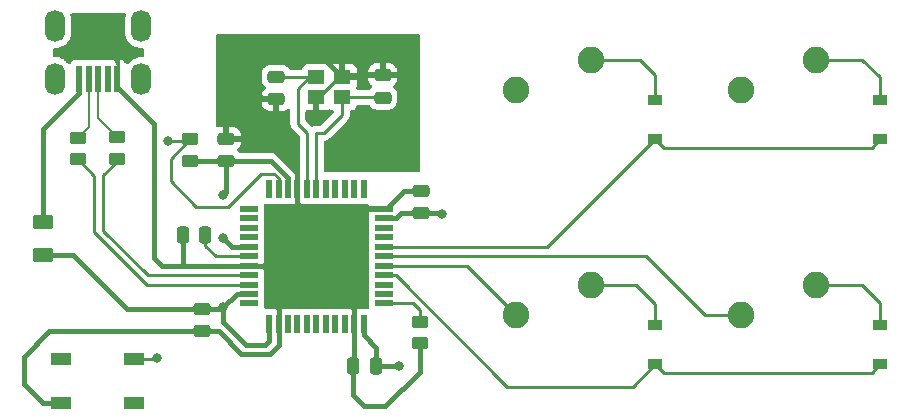
<source format=gbr>
%TF.GenerationSoftware,KiCad,Pcbnew,(6.0.9)*%
%TF.CreationDate,2022-11-11T17:54:53+11:00*%
%TF.ProjectId,Tomie2-Macro-Pad,546f6d69-6532-42d4-9d61-63726f2d5061,rev?*%
%TF.SameCoordinates,Original*%
%TF.FileFunction,Copper,L2,Bot*%
%TF.FilePolarity,Positive*%
%FSLAX46Y46*%
G04 Gerber Fmt 4.6, Leading zero omitted, Abs format (unit mm)*
G04 Created by KiCad (PCBNEW (6.0.9)) date 2022-11-11 17:54:53*
%MOMM*%
%LPD*%
G01*
G04 APERTURE LIST*
G04 Aperture macros list*
%AMRoundRect*
0 Rectangle with rounded corners*
0 $1 Rounding radius*
0 $2 $3 $4 $5 $6 $7 $8 $9 X,Y pos of 4 corners*
0 Add a 4 corners polygon primitive as box body*
4,1,4,$2,$3,$4,$5,$6,$7,$8,$9,$2,$3,0*
0 Add four circle primitives for the rounded corners*
1,1,$1+$1,$2,$3*
1,1,$1+$1,$4,$5*
1,1,$1+$1,$6,$7*
1,1,$1+$1,$8,$9*
0 Add four rect primitives between the rounded corners*
20,1,$1+$1,$2,$3,$4,$5,0*
20,1,$1+$1,$4,$5,$6,$7,0*
20,1,$1+$1,$6,$7,$8,$9,0*
20,1,$1+$1,$8,$9,$2,$3,0*%
G04 Aperture macros list end*
%TA.AperFunction,ComponentPad*%
%ADD10C,2.250000*%
%TD*%
%TA.AperFunction,SMDPad,CuDef*%
%ADD11R,1.200000X0.900000*%
%TD*%
%TA.AperFunction,SMDPad,CuDef*%
%ADD12RoundRect,0.250000X0.450000X-0.262500X0.450000X0.262500X-0.450000X0.262500X-0.450000X-0.262500X0*%
%TD*%
%TA.AperFunction,SMDPad,CuDef*%
%ADD13RoundRect,0.250000X-0.475000X0.250000X-0.475000X-0.250000X0.475000X-0.250000X0.475000X0.250000X0*%
%TD*%
%TA.AperFunction,SMDPad,CuDef*%
%ADD14R,1.800000X1.100000*%
%TD*%
%TA.AperFunction,SMDPad,CuDef*%
%ADD15RoundRect,0.250000X0.475000X-0.250000X0.475000X0.250000X-0.475000X0.250000X-0.475000X-0.250000X0*%
%TD*%
%TA.AperFunction,SMDPad,CuDef*%
%ADD16R,0.500000X2.250000*%
%TD*%
%TA.AperFunction,ComponentPad*%
%ADD17O,1.700000X2.700000*%
%TD*%
%TA.AperFunction,SMDPad,CuDef*%
%ADD18R,1.400000X1.200000*%
%TD*%
%TA.AperFunction,SMDPad,CuDef*%
%ADD19RoundRect,0.250000X-0.450000X0.262500X-0.450000X-0.262500X0.450000X-0.262500X0.450000X0.262500X0*%
%TD*%
%TA.AperFunction,SMDPad,CuDef*%
%ADD20RoundRect,0.250000X0.250000X0.475000X-0.250000X0.475000X-0.250000X-0.475000X0.250000X-0.475000X0*%
%TD*%
%TA.AperFunction,SMDPad,CuDef*%
%ADD21R,1.500000X0.550000*%
%TD*%
%TA.AperFunction,SMDPad,CuDef*%
%ADD22R,0.550000X1.500000*%
%TD*%
%TA.AperFunction,SMDPad,CuDef*%
%ADD23RoundRect,0.250000X-0.625000X0.375000X-0.625000X-0.375000X0.625000X-0.375000X0.625000X0.375000X0*%
%TD*%
%TA.AperFunction,ViaPad*%
%ADD24C,0.800000*%
%TD*%
%TA.AperFunction,Conductor*%
%ADD25C,0.254000*%
%TD*%
%TA.AperFunction,Conductor*%
%ADD26C,0.381000*%
%TD*%
%TA.AperFunction,Conductor*%
%ADD27C,0.200000*%
%TD*%
G04 APERTURE END LIST*
D10*
%TO.P,MX4,1,COL*%
%TO.N,COL1*%
X104933750Y-114935000D03*
%TO.P,MX4,2,ROW*%
%TO.N,Net-(D4-Pad2)*%
X111283750Y-112395000D03*
%TD*%
%TO.P,MX1,1,COL*%
%TO.N,COL0*%
X85883750Y-95885000D03*
%TO.P,MX1,2,ROW*%
%TO.N,Net-(D1-Pad2)*%
X92233750Y-93345000D03*
%TD*%
%TO.P,MX3,1,COL*%
%TO.N,COL0*%
X85883750Y-114935000D03*
%TO.P,MX3,2,ROW*%
%TO.N,Net-(D3-Pad2)*%
X92233750Y-112395000D03*
%TD*%
%TO.P,MX2,1,COL*%
%TO.N,COL1*%
X104933750Y-95885000D03*
%TO.P,MX2,2,ROW*%
%TO.N,Net-(D2-Pad2)*%
X111283750Y-93345000D03*
%TD*%
D11*
%TO.P,D1,1,K*%
%TO.N,ROW0*%
X97631250Y-100075000D03*
%TO.P,D1,2,A*%
%TO.N,Net-(D1-Pad2)*%
X97631250Y-96775000D03*
%TD*%
D12*
%TO.P,R3,1*%
%TO.N,Net-(R3-Pad1)*%
X48768000Y-101774000D03*
%TO.P,R3,2*%
%TO.N,D-*%
X48768000Y-99949000D03*
%TD*%
D13*
%TO.P,C1,1*%
%TO.N,GND*%
X74576000Y-94659000D03*
%TO.P,C1,2*%
%TO.N,Net-(C1-Pad2)*%
X74576000Y-96559000D03*
%TD*%
D11*
%TO.P,D2,1,K*%
%TO.N,ROW0*%
X116681250Y-100075000D03*
%TO.P,D2,2,A*%
%TO.N,Net-(D2-Pad2)*%
X116681250Y-96775000D03*
%TD*%
D14*
%TO.P,SW1,1,1*%
%TO.N,GND*%
X47319000Y-122373000D03*
%TO.P,SW1,2,2*%
%TO.N,Net-(R1-Pad2)*%
X53519000Y-118673000D03*
%TO.P,SW1,3*%
%TO.N,N/C*%
X47319000Y-118673000D03*
%TO.P,SW1,4*%
X53519000Y-122373000D03*
%TD*%
D11*
%TO.P,D4,1,K*%
%TO.N,ROW1*%
X116681250Y-119125000D03*
%TO.P,D4,2,A*%
%TO.N,Net-(D4-Pad2)*%
X116681250Y-115825000D03*
%TD*%
D13*
%TO.P,C7,1*%
%TO.N,+5V*%
X59309000Y-114432000D03*
%TO.P,C7,2*%
%TO.N,GND*%
X59309000Y-116332000D03*
%TD*%
D15*
%TO.P,C5,1*%
%TO.N,+5V*%
X77787500Y-106362500D03*
%TO.P,C5,2*%
%TO.N,GND*%
X77787500Y-104462500D03*
%TD*%
D16*
%TO.P,USB1,1,GND*%
%TO.N,GND*%
X52081250Y-94987500D03*
%TO.P,USB1,2,ID*%
%TO.N,unconnected-(USB1-Pad2)*%
X51281250Y-94987500D03*
%TO.P,USB1,3,D+*%
%TO.N,D+*%
X50481250Y-94987500D03*
%TO.P,USB1,4,D-*%
%TO.N,D-*%
X49681250Y-94987500D03*
%TO.P,USB1,5,VBUS*%
%TO.N,VCC*%
X48881250Y-94987500D03*
D17*
%TO.P,USB1,6,SHIELD*%
%TO.N,unconnected-(USB1-Pad6)*%
X54131250Y-94987500D03*
X46831250Y-94987500D03*
X46831250Y-90487500D03*
X54131250Y-90487500D03*
%TD*%
D12*
%TO.P,R1,1*%
%TO.N,+5V*%
X58293000Y-101901000D03*
%TO.P,R1,2*%
%TO.N,Net-(R1-Pad2)*%
X58293000Y-100076000D03*
%TD*%
D18*
%TO.P,Y1,1,1*%
%TO.N,Net-(C1-Pad2)*%
X71167500Y-96520000D03*
%TO.P,Y1,2,2*%
%TO.N,GND*%
X68967500Y-96520000D03*
%TO.P,Y1,3,3*%
%TO.N,Net-(C2-Pad2)*%
X68967500Y-94820000D03*
%TO.P,Y1,4,4*%
%TO.N,GND*%
X71167500Y-94820000D03*
%TD*%
D19*
%TO.P,R4,1*%
%TO.N,Net-(R4-Pad1)*%
X77724000Y-115546500D03*
%TO.P,R4,2*%
%TO.N,GND*%
X77724000Y-117371500D03*
%TD*%
D15*
%TO.P,C2,1*%
%TO.N,GND*%
X65559000Y-96681000D03*
%TO.P,C2,2*%
%TO.N,Net-(C2-Pad2)*%
X65559000Y-94781000D03*
%TD*%
D12*
%TO.P,R2,1*%
%TO.N,Net-(R2-Pad1)*%
X52070000Y-101718750D03*
%TO.P,R2,2*%
%TO.N,D+*%
X52070000Y-99893750D03*
%TD*%
D20*
%TO.P,C3,1*%
%TO.N,Net-(C3-Pad1)*%
X59558000Y-108204000D03*
%TO.P,C3,2*%
%TO.N,GND*%
X57658000Y-108204000D03*
%TD*%
%TO.P,C6,1*%
%TO.N,+5V*%
X73977500Y-119255500D03*
%TO.P,C6,2*%
%TO.N,GND*%
X72077500Y-119255500D03*
%TD*%
D21*
%TO.P,U1,1,PE6*%
%TO.N,unconnected-(U1-Pad1)*%
X63261000Y-113984500D03*
%TO.P,U1,2,UVCC*%
%TO.N,+5V*%
X63261000Y-113184500D03*
%TO.P,U1,3,D-*%
%TO.N,Net-(R3-Pad1)*%
X63261000Y-112384500D03*
%TO.P,U1,4,D+*%
%TO.N,Net-(R2-Pad1)*%
X63261000Y-111584500D03*
%TO.P,U1,5,UGND*%
%TO.N,GND*%
X63261000Y-110784500D03*
%TO.P,U1,6,UCAP*%
%TO.N,Net-(C3-Pad1)*%
X63261000Y-109984500D03*
%TO.P,U1,7,VBUS*%
%TO.N,+5V*%
X63261000Y-109184500D03*
%TO.P,U1,8,PB0*%
%TO.N,unconnected-(U1-Pad8)*%
X63261000Y-108384500D03*
%TO.P,U1,9,PB1*%
%TO.N,unconnected-(U1-Pad9)*%
X63261000Y-107584500D03*
%TO.P,U1,10,PB2*%
%TO.N,unconnected-(U1-Pad10)*%
X63261000Y-106784500D03*
%TO.P,U1,11,PB3*%
%TO.N,unconnected-(U1-Pad11)*%
X63261000Y-105984500D03*
D22*
%TO.P,U1,12,PB7*%
%TO.N,unconnected-(U1-Pad12)*%
X64961000Y-104284500D03*
%TO.P,U1,13,~{RESET}*%
%TO.N,Net-(R1-Pad2)*%
X65761000Y-104284500D03*
%TO.P,U1,14,VCC*%
%TO.N,+5V*%
X66561000Y-104284500D03*
%TO.P,U1,15,GND*%
%TO.N,GND*%
X67361000Y-104284500D03*
%TO.P,U1,16,XTAL2*%
%TO.N,Net-(C2-Pad2)*%
X68161000Y-104284500D03*
%TO.P,U1,17,XTAL1*%
%TO.N,Net-(C1-Pad2)*%
X68961000Y-104284500D03*
%TO.P,U1,18,PD0*%
%TO.N,unconnected-(U1-Pad18)*%
X69761000Y-104284500D03*
%TO.P,U1,19,PD1*%
%TO.N,unconnected-(U1-Pad19)*%
X70561000Y-104284500D03*
%TO.P,U1,20,PD2*%
%TO.N,unconnected-(U1-Pad20)*%
X71361000Y-104284500D03*
%TO.P,U1,21,PD3*%
%TO.N,unconnected-(U1-Pad21)*%
X72161000Y-104284500D03*
%TO.P,U1,22,PD5*%
%TO.N,unconnected-(U1-Pad22)*%
X72961000Y-104284500D03*
D21*
%TO.P,U1,23,GND*%
%TO.N,GND*%
X74661000Y-105984500D03*
%TO.P,U1,24,AVCC*%
%TO.N,+5V*%
X74661000Y-106784500D03*
%TO.P,U1,25,PD4*%
%TO.N,unconnected-(U1-Pad25)*%
X74661000Y-107584500D03*
%TO.P,U1,26,PD6*%
%TO.N,unconnected-(U1-Pad26)*%
X74661000Y-108384500D03*
%TO.P,U1,27,PD7*%
%TO.N,ROW0*%
X74661000Y-109184500D03*
%TO.P,U1,28,PB4*%
%TO.N,COL1*%
X74661000Y-109984500D03*
%TO.P,U1,29,PB5*%
%TO.N,COL0*%
X74661000Y-110784500D03*
%TO.P,U1,30,PB6*%
%TO.N,ROW1*%
X74661000Y-111584500D03*
%TO.P,U1,31,PC6*%
%TO.N,unconnected-(U1-Pad31)*%
X74661000Y-112384500D03*
%TO.P,U1,32,PC7*%
%TO.N,unconnected-(U1-Pad32)*%
X74661000Y-113184500D03*
%TO.P,U1,33,~{HWB}/PE2*%
%TO.N,Net-(R4-Pad1)*%
X74661000Y-113984500D03*
D22*
%TO.P,U1,34,VCC*%
%TO.N,+5V*%
X72961000Y-115684500D03*
%TO.P,U1,35,GND*%
%TO.N,GND*%
X72161000Y-115684500D03*
%TO.P,U1,36,PF7*%
%TO.N,unconnected-(U1-Pad36)*%
X71361000Y-115684500D03*
%TO.P,U1,37,PF6*%
%TO.N,unconnected-(U1-Pad37)*%
X70561000Y-115684500D03*
%TO.P,U1,38,PF5*%
%TO.N,unconnected-(U1-Pad38)*%
X69761000Y-115684500D03*
%TO.P,U1,39,PF4*%
%TO.N,unconnected-(U1-Pad39)*%
X68961000Y-115684500D03*
%TO.P,U1,40,PF1*%
%TO.N,unconnected-(U1-Pad40)*%
X68161000Y-115684500D03*
%TO.P,U1,41,PF0*%
%TO.N,unconnected-(U1-Pad41)*%
X67361000Y-115684500D03*
%TO.P,U1,42,AREF*%
%TO.N,unconnected-(U1-Pad42)*%
X66561000Y-115684500D03*
%TO.P,U1,43,GND*%
%TO.N,GND*%
X65761000Y-115684500D03*
%TO.P,U1,44,AVCC*%
%TO.N,+5V*%
X64961000Y-115684500D03*
%TD*%
D11*
%TO.P,D3,1,K*%
%TO.N,ROW1*%
X97631250Y-119125000D03*
%TO.P,D3,2,A*%
%TO.N,Net-(D3-Pad2)*%
X97631250Y-115825000D03*
%TD*%
D23*
%TO.P,F1,1*%
%TO.N,VCC*%
X45847000Y-107058000D03*
%TO.P,F1,2*%
%TO.N,+5V*%
X45847000Y-109858000D03*
%TD*%
D15*
%TO.P,C4,1*%
%TO.N,+5V*%
X61341000Y-101938500D03*
%TO.P,C4,2*%
%TO.N,GND*%
X61341000Y-100038500D03*
%TD*%
D24*
%TO.N,+5V*%
X75946000Y-119253000D03*
X61087000Y-104775000D03*
X61087000Y-114300000D03*
X79629000Y-106426000D03*
X61087000Y-108458000D03*
%TO.N,Net-(R1-Pad2)*%
X56388000Y-100203000D03*
X55499000Y-118618000D03*
%TD*%
D25*
%TO.N,ROW1*%
X115960349Y-119845901D02*
X116681250Y-119125000D01*
X98352151Y-119845901D02*
X115960349Y-119845901D01*
X97631250Y-119125000D02*
X98352151Y-119845901D01*
X95725250Y-121031000D02*
X97631250Y-119125000D01*
D26*
%TO.N,GND*%
X57658000Y-110729750D02*
X57603250Y-110784500D01*
X57658000Y-108204000D02*
X57658000Y-110729750D01*
X57603250Y-110784500D02*
X63261000Y-110784500D01*
X55920500Y-110784500D02*
X57603250Y-110784500D01*
D25*
%TO.N,ROW1*%
X85111500Y-121031000D02*
X95725250Y-121031000D01*
X75665000Y-111584500D02*
X85111500Y-121031000D01*
X74661000Y-111584500D02*
X75665000Y-111584500D01*
%TO.N,COL1*%
X96903500Y-109984500D02*
X74661000Y-109984500D01*
X101854000Y-114935000D02*
X96903500Y-109984500D01*
X104933750Y-114935000D02*
X101854000Y-114935000D01*
%TO.N,COL0*%
X81733250Y-110784500D02*
X74661000Y-110784500D01*
X85883750Y-114935000D02*
X81733250Y-110784500D01*
%TO.N,ROW0*%
X88521750Y-109184500D02*
X74661000Y-109184500D01*
X97631250Y-100075000D02*
X88521750Y-109184500D01*
D26*
%TO.N,GND*%
X62611000Y-118237000D02*
X65024000Y-118237000D01*
X77724000Y-117371500D02*
X77724000Y-119761000D01*
X65024000Y-118237000D02*
X65761000Y-117500000D01*
X71247000Y-112014000D02*
X71145000Y-112116000D01*
X63590500Y-95794500D02*
X63590500Y-94143500D01*
X64429500Y-110784500D02*
X65761000Y-112116000D01*
X65559000Y-96681000D02*
X65559000Y-98071000D01*
X52081250Y-94987500D02*
X52081250Y-95642250D01*
X45792000Y-122373000D02*
X44196000Y-120777000D01*
X71247000Y-107061000D02*
X72323500Y-105984500D01*
X72161000Y-113182000D02*
X72161000Y-115684500D01*
X52081250Y-95642250D02*
X55245000Y-98806000D01*
X69602000Y-93254500D02*
X71167500Y-94820000D01*
X59309000Y-116332000D02*
X60706000Y-116332000D01*
X63590500Y-94143500D02*
X64479500Y-93254500D01*
X74803000Y-122682000D02*
X73025000Y-122682000D01*
X74863500Y-105984500D02*
X74661000Y-105984500D01*
X67361000Y-105461000D02*
X68961000Y-107061000D01*
X71145000Y-112166000D02*
X72161000Y-113182000D01*
X72161000Y-115684500D02*
X72161000Y-119172000D01*
X64478500Y-100038500D02*
X61341000Y-100038500D01*
X60706000Y-116332000D02*
X62611000Y-118237000D01*
X71328500Y-94659000D02*
X71167500Y-94820000D01*
X67361000Y-104284500D02*
X67361000Y-102921000D01*
X64479500Y-93254500D02*
X69602000Y-93254500D01*
X63261000Y-110784500D02*
X64429500Y-110784500D01*
X77787500Y-104462500D02*
X76385500Y-104462500D01*
X65761000Y-117500000D02*
X65761000Y-115684500D01*
X55245000Y-98806000D02*
X55245000Y-110109000D01*
X74576000Y-94659000D02*
X71328500Y-94659000D01*
X67361000Y-104284500D02*
X67361000Y-105461000D01*
X68961000Y-107061000D02*
X71247000Y-107061000D01*
X77724000Y-119761000D02*
X74803000Y-122682000D01*
X71247000Y-107061000D02*
X71247000Y-112014000D01*
X67361000Y-102921000D02*
X64478500Y-100038500D01*
X69215000Y-96520000D02*
X68967500Y-96520000D01*
X72323500Y-105984500D02*
X74661000Y-105984500D01*
X76385500Y-104462500D02*
X74863500Y-105984500D01*
X44196000Y-118491000D02*
X46355000Y-116332000D01*
X72161000Y-119172000D02*
X72077500Y-119255500D01*
X55245000Y-110109000D02*
X55920500Y-110784500D01*
X71145000Y-112116000D02*
X65761000Y-112116000D01*
X71145000Y-112116000D02*
X71145000Y-112166000D01*
X67361000Y-99873000D02*
X67361000Y-104284500D01*
D25*
X70915000Y-94820000D02*
X69215000Y-96520000D01*
D26*
X65559000Y-98071000D02*
X67361000Y-99873000D01*
X65559000Y-96681000D02*
X64477000Y-96681000D01*
X44196000Y-120777000D02*
X44196000Y-118491000D01*
X46355000Y-116332000D02*
X59309000Y-116332000D01*
X73025000Y-122682000D02*
X72077500Y-121734500D01*
X64477000Y-96681000D02*
X63590500Y-95794500D01*
X65761000Y-112116000D02*
X65761000Y-115684500D01*
X47319000Y-122373000D02*
X45792000Y-122373000D01*
X71167500Y-94820000D02*
X70915000Y-94820000D01*
X72077500Y-121734500D02*
X72077500Y-119255500D01*
D25*
%TO.N,Net-(C1-Pad2)*%
X71167500Y-96520000D02*
X74537000Y-96520000D01*
X69596000Y-99568000D02*
X68961000Y-99568000D01*
X71167500Y-96520000D02*
X71167500Y-97996500D01*
X68961000Y-99568000D02*
X68961000Y-104284500D01*
X74537000Y-96520000D02*
X74576000Y-96559000D01*
X71167500Y-97996500D02*
X69596000Y-99568000D01*
%TO.N,Net-(C2-Pad2)*%
X67400500Y-95794500D02*
X67400500Y-98769500D01*
X68161000Y-99530000D02*
X68161000Y-104284500D01*
X65598000Y-94820000D02*
X68967500Y-94820000D01*
X68375000Y-94820000D02*
X67400500Y-95794500D01*
X68967500Y-94820000D02*
X68375000Y-94820000D01*
X65559000Y-94781000D02*
X65598000Y-94820000D01*
X67400500Y-98769500D02*
X68161000Y-99530000D01*
%TO.N,Net-(C3-Pad1)*%
X59558000Y-108204000D02*
X59558000Y-109088000D01*
X59558000Y-109088000D02*
X60454500Y-109984500D01*
X60454500Y-109984500D02*
X63261000Y-109984500D01*
D26*
%TO.N,+5V*%
X60955000Y-114432000D02*
X61087000Y-114300000D01*
X62992000Y-117475000D02*
X64643000Y-117475000D01*
X61303500Y-101901000D02*
X61341000Y-101938500D01*
X77787500Y-106362500D02*
X79565500Y-106362500D01*
X74041000Y-117729000D02*
X74041000Y-119192000D01*
X74041000Y-119192000D02*
X73977500Y-119255500D01*
X75714500Y-106784500D02*
X74661000Y-106784500D01*
X66561000Y-103370500D02*
X66561000Y-104284500D01*
X61341000Y-101938500D02*
X65129000Y-101938500D01*
X45847000Y-109858000D02*
X48257000Y-109858000D01*
X61087000Y-114300000D02*
X61087000Y-115570000D01*
X72961000Y-116649000D02*
X74041000Y-117729000D01*
X48257000Y-109858000D02*
X48260000Y-109855000D01*
X61087000Y-114300000D02*
X62202500Y-113184500D01*
X61813500Y-109184500D02*
X61087000Y-108458000D01*
X79565500Y-106362500D02*
X79629000Y-106426000D01*
X65129000Y-101938500D02*
X66561000Y-103370500D01*
X61341000Y-101938500D02*
X61341000Y-104521000D01*
X63261000Y-109184500D02*
X61813500Y-109184500D01*
X64961000Y-117157000D02*
X64961000Y-115684500D01*
X75943500Y-119255500D02*
X75946000Y-119253000D01*
X48260000Y-109855000D02*
X48387000Y-109855000D01*
X48387000Y-109855000D02*
X52964000Y-114432000D01*
X61341000Y-104521000D02*
X61087000Y-104775000D01*
X61087000Y-115570000D02*
X62992000Y-117475000D01*
X73977500Y-119255500D02*
X75943500Y-119255500D01*
X58293000Y-101901000D02*
X61303500Y-101901000D01*
X77787500Y-106362500D02*
X76136500Y-106362500D01*
X64643000Y-117475000D02*
X64961000Y-117157000D01*
X59309000Y-114432000D02*
X60955000Y-114432000D01*
X62202500Y-113184500D02*
X63261000Y-113184500D01*
X76136500Y-106362500D02*
X75714500Y-106784500D01*
X52964000Y-114432000D02*
X59309000Y-114432000D01*
X72961000Y-115684500D02*
X72961000Y-116649000D01*
D25*
%TO.N,ROW0*%
X115960349Y-100795901D02*
X116681250Y-100075000D01*
X97631250Y-100075000D02*
X98352151Y-100795901D01*
X98352151Y-100795901D02*
X115960349Y-100795901D01*
%TO.N,Net-(D1-Pad2)*%
X97663000Y-94615000D02*
X96393000Y-93345000D01*
X97631250Y-96775000D02*
X97631250Y-94646750D01*
X97631250Y-94646750D02*
X97663000Y-94615000D01*
X96393000Y-93345000D02*
X92233750Y-93345000D01*
%TO.N,Net-(D2-Pad2)*%
X115189000Y-93345000D02*
X111283750Y-93345000D01*
X116681250Y-94837250D02*
X115189000Y-93345000D01*
X116681250Y-96775000D02*
X116681250Y-94837250D01*
%TO.N,Net-(D3-Pad2)*%
X97631250Y-114014250D02*
X96012000Y-112395000D01*
X97631250Y-115825000D02*
X97631250Y-114014250D01*
X96012000Y-112395000D02*
X92233750Y-112395000D01*
%TO.N,Net-(D4-Pad2)*%
X115189000Y-112395000D02*
X111283750Y-112395000D01*
X116681250Y-113950750D02*
X116713000Y-113919000D01*
X116713000Y-113919000D02*
X115189000Y-112395000D01*
X116681250Y-115825000D02*
X116681250Y-113950750D01*
D26*
%TO.N,VCC*%
X48881250Y-96152750D02*
X45847000Y-99187000D01*
X48881250Y-94987500D02*
X48881250Y-96152750D01*
X45847000Y-99187000D02*
X45847000Y-107058000D01*
D25*
%TO.N,Net-(R1-Pad2)*%
X56642000Y-103632000D02*
X58801000Y-105791000D01*
X58801000Y-105791000D02*
X61468000Y-105791000D01*
X58166000Y-100203000D02*
X58293000Y-100076000D01*
X64262000Y-102997000D02*
X65352500Y-102997000D01*
X56642000Y-101727000D02*
X56642000Y-103632000D01*
X56388000Y-100203000D02*
X58166000Y-100203000D01*
X53519000Y-118673000D02*
X55190000Y-118673000D01*
X65352500Y-102997000D02*
X65761000Y-103405500D01*
X61468000Y-105791000D02*
X64262000Y-102997000D01*
X65761000Y-103405500D02*
X65761000Y-104284500D01*
X55190000Y-118673000D02*
X55245000Y-118618000D01*
X58293000Y-100076000D02*
X56642000Y-101727000D01*
X55245000Y-118618000D02*
X55499000Y-118618000D01*
%TO.N,Net-(R2-Pad1)*%
X50927000Y-103124000D02*
X50927000Y-107823000D01*
X52070000Y-101718750D02*
X52070000Y-101981000D01*
X50927000Y-107823000D02*
X54688500Y-111584500D01*
X54688500Y-111584500D02*
X63261000Y-111584500D01*
X52070000Y-101981000D02*
X50927000Y-103124000D01*
D27*
%TO.N,D+*%
X50481250Y-94987500D02*
X50481250Y-98305000D01*
X50481250Y-98305000D02*
X52070000Y-99893750D01*
D25*
%TO.N,Net-(R3-Pad1)*%
X54610000Y-112395000D02*
X54620500Y-112384500D01*
X50165000Y-103171000D02*
X50165000Y-107950000D01*
X50165000Y-107950000D02*
X54610000Y-112395000D01*
X48768000Y-101774000D02*
X50165000Y-103171000D01*
X54620500Y-112384500D02*
X63261000Y-112384500D01*
D27*
%TO.N,D-*%
X49681250Y-99035750D02*
X48768000Y-99949000D01*
X49681250Y-94987500D02*
X49681250Y-99035750D01*
D25*
%TO.N,Net-(R4-Pad1)*%
X77724000Y-114554000D02*
X77154500Y-113984500D01*
X77724000Y-115546500D02*
X77724000Y-114554000D01*
X77154500Y-113984500D02*
X74661000Y-113984500D01*
%TD*%
%TA.AperFunction,Conductor*%
%TO.N,GND*%
G36*
X52784499Y-89428502D02*
G01*
X52830992Y-89482158D01*
X52841096Y-89552432D01*
X52834818Y-89577486D01*
X52814913Y-89632325D01*
X52813964Y-89637574D01*
X52813963Y-89637577D01*
X52774627Y-89855108D01*
X52774626Y-89855115D01*
X52773889Y-89859192D01*
X52772750Y-89883344D01*
X52772750Y-91045390D01*
X52787330Y-91217220D01*
X52788668Y-91222375D01*
X52788669Y-91222381D01*
X52843907Y-91435203D01*
X52845249Y-91440372D01*
X52939938Y-91650575D01*
X53068691Y-91841819D01*
X53227826Y-92008635D01*
X53412792Y-92146254D01*
X53417543Y-92148670D01*
X53417547Y-92148672D01*
X53515546Y-92198497D01*
X53618301Y-92250740D01*
X53623395Y-92252322D01*
X53623398Y-92252323D01*
X53823270Y-92314385D01*
X53838477Y-92319107D01*
X53843766Y-92319808D01*
X54061739Y-92348698D01*
X54061744Y-92348698D01*
X54067024Y-92349398D01*
X54072353Y-92349198D01*
X54072355Y-92349198D01*
X54224370Y-92343491D01*
X54293193Y-92360923D01*
X54341666Y-92412797D01*
X54355097Y-92469432D01*
X54354971Y-93002969D01*
X54334953Y-93071085D01*
X54281286Y-93117565D01*
X54212417Y-93127847D01*
X54206206Y-93127024D01*
X54195476Y-93125602D01*
X54190147Y-93125802D01*
X54190145Y-93125802D01*
X54080284Y-93129927D01*
X53965092Y-93134251D01*
X53739459Y-93181593D01*
X53734500Y-93183551D01*
X53734498Y-93183552D01*
X53529994Y-93264315D01*
X53529992Y-93264316D01*
X53525029Y-93266276D01*
X53520470Y-93269043D01*
X53520467Y-93269044D01*
X53379029Y-93354871D01*
X53327933Y-93385877D01*
X53323903Y-93389374D01*
X53188609Y-93506776D01*
X53153805Y-93536977D01*
X53150418Y-93541108D01*
X53016573Y-93704343D01*
X52957913Y-93744338D01*
X52886943Y-93746269D01*
X52826195Y-93709525D01*
X52801157Y-93668681D01*
X52784575Y-93624448D01*
X52776036Y-93608851D01*
X52699535Y-93506776D01*
X52686974Y-93494215D01*
X52584899Y-93417714D01*
X52569304Y-93409176D01*
X52448856Y-93364022D01*
X52433601Y-93360395D01*
X52382736Y-93354869D01*
X52375922Y-93354500D01*
X52349365Y-93354500D01*
X52334126Y-93358975D01*
X52332921Y-93360365D01*
X52331250Y-93368048D01*
X52331250Y-95111500D01*
X52311248Y-95179621D01*
X52257592Y-95226114D01*
X52205250Y-95237500D01*
X52165750Y-95237500D01*
X52097629Y-95217498D01*
X52051136Y-95163842D01*
X52039750Y-95111500D01*
X52039750Y-93814366D01*
X52032995Y-93752184D01*
X51981865Y-93615795D01*
X51900160Y-93506776D01*
X51899895Y-93506422D01*
X51899892Y-93506419D01*
X51894511Y-93499239D01*
X51887331Y-93493858D01*
X51887328Y-93493855D01*
X51881686Y-93489627D01*
X51839171Y-93432769D01*
X51831250Y-93388800D01*
X51831250Y-93372616D01*
X51826775Y-93357377D01*
X51825385Y-93356172D01*
X51817702Y-93354501D01*
X51786581Y-93354501D01*
X51779760Y-93354871D01*
X51728901Y-93360395D01*
X51711486Y-93364535D01*
X51653192Y-93364534D01*
X51648966Y-93363529D01*
X51641566Y-93360755D01*
X51579384Y-93354000D01*
X50983116Y-93354000D01*
X50920934Y-93360755D01*
X50913535Y-93363529D01*
X50910396Y-93364275D01*
X50852104Y-93364275D01*
X50848965Y-93363529D01*
X50841566Y-93360755D01*
X50779384Y-93354000D01*
X50183116Y-93354000D01*
X50120934Y-93360755D01*
X50113535Y-93363529D01*
X50110396Y-93364275D01*
X50052104Y-93364275D01*
X50048965Y-93363529D01*
X50041566Y-93360755D01*
X49979384Y-93354000D01*
X49383116Y-93354000D01*
X49320934Y-93360755D01*
X49313535Y-93363529D01*
X49310396Y-93364275D01*
X49252104Y-93364275D01*
X49248965Y-93363529D01*
X49241566Y-93360755D01*
X49179384Y-93354000D01*
X48583116Y-93354000D01*
X48520934Y-93360755D01*
X48384545Y-93411885D01*
X48267989Y-93499239D01*
X48180635Y-93615795D01*
X48177483Y-93624203D01*
X48159735Y-93671545D01*
X48117093Y-93728309D01*
X48050531Y-93753009D01*
X47981183Y-93737801D01*
X47937234Y-93697683D01*
X47893809Y-93633181D01*
X47885245Y-93624203D01*
X47773224Y-93506776D01*
X47734674Y-93466365D01*
X47689520Y-93432769D01*
X47597809Y-93364534D01*
X47549708Y-93328746D01*
X47544957Y-93326330D01*
X47544953Y-93326328D01*
X47422981Y-93264315D01*
X47344199Y-93224260D01*
X47339105Y-93222678D01*
X47339102Y-93222677D01*
X47129121Y-93157476D01*
X47124023Y-93155893D01*
X47118734Y-93155192D01*
X46900761Y-93126302D01*
X46900756Y-93126302D01*
X46895476Y-93125602D01*
X46890147Y-93125802D01*
X46890145Y-93125802D01*
X46789885Y-93129566D01*
X46721062Y-93112134D01*
X46672589Y-93060260D01*
X46659177Y-93001495D01*
X46668251Y-92472303D01*
X46689416Y-92404537D01*
X46743861Y-92358971D01*
X46789504Y-92348554D01*
X46997408Y-92340749D01*
X47223041Y-92293407D01*
X47228000Y-92291449D01*
X47228002Y-92291448D01*
X47432506Y-92210685D01*
X47432508Y-92210684D01*
X47437471Y-92208724D01*
X47536434Y-92148672D01*
X47630007Y-92091890D01*
X47630006Y-92091890D01*
X47634567Y-92089123D01*
X47638597Y-92085626D01*
X47804662Y-91941523D01*
X47804664Y-91941521D01*
X47808695Y-91938023D01*
X47842766Y-91896470D01*
X47951490Y-91763873D01*
X47951494Y-91763867D01*
X47954874Y-91759745D01*
X48068925Y-91559386D01*
X48147587Y-91342675D01*
X48170273Y-91217220D01*
X48187873Y-91119892D01*
X48187874Y-91119885D01*
X48188611Y-91115808D01*
X48189750Y-91091656D01*
X48189750Y-89929610D01*
X48175170Y-89757780D01*
X48173832Y-89752625D01*
X48173831Y-89752619D01*
X48125434Y-89566154D01*
X48127681Y-89495193D01*
X48167936Y-89436712D01*
X48233418Y-89409277D01*
X48247393Y-89408500D01*
X52716378Y-89408500D01*
X52784499Y-89428502D01*
G37*
%TD.AperFunction*%
%TD*%
%TA.AperFunction,Conductor*%
%TO.N,GND*%
G36*
X77666121Y-91206002D02*
G01*
X77712614Y-91259658D01*
X77724000Y-91312000D01*
X77724000Y-102744000D01*
X77703998Y-102812121D01*
X77650342Y-102858614D01*
X77598000Y-102870000D01*
X69722500Y-102870000D01*
X69654379Y-102849998D01*
X69607886Y-102796342D01*
X69596500Y-102744000D01*
X69596500Y-100323065D01*
X69616502Y-100254944D01*
X69670158Y-100208451D01*
X69695968Y-100200672D01*
X69696205Y-100200665D01*
X69703814Y-100198454D01*
X69703816Y-100198454D01*
X69715748Y-100194987D01*
X69735112Y-100190977D01*
X69747440Y-100189420D01*
X69747442Y-100189420D01*
X69755299Y-100188427D01*
X69762663Y-100185511D01*
X69762668Y-100185510D01*
X69796556Y-100172093D01*
X69807785Y-100168248D01*
X69824465Y-100163402D01*
X69850393Y-100155869D01*
X69857220Y-100151831D01*
X69857223Y-100151830D01*
X69867906Y-100145512D01*
X69885664Y-100136812D01*
X69897215Y-100132239D01*
X69897221Y-100132235D01*
X69904588Y-100129319D01*
X69940491Y-100103234D01*
X69950410Y-100096719D01*
X69981768Y-100078174D01*
X69981772Y-100078171D01*
X69988598Y-100074134D01*
X70002982Y-100059750D01*
X70018016Y-100046909D01*
X70028073Y-100039602D01*
X70034487Y-100034942D01*
X70062778Y-100000744D01*
X70070767Y-99991965D01*
X71560983Y-98501750D01*
X71569309Y-98494174D01*
X71575803Y-98490053D01*
X71622586Y-98440234D01*
X71625340Y-98437393D01*
X71645139Y-98417594D01*
X71647568Y-98414463D01*
X71647572Y-98414458D01*
X71647639Y-98414372D01*
X71655347Y-98405347D01*
X71680292Y-98378783D01*
X71685717Y-98373006D01*
X71689535Y-98366061D01*
X71689538Y-98366057D01*
X71695526Y-98355166D01*
X71706378Y-98338645D01*
X71708347Y-98336106D01*
X71718850Y-98322566D01*
X71736471Y-98281845D01*
X71741692Y-98271189D01*
X71759248Y-98239255D01*
X71759250Y-98239249D01*
X71763069Y-98232303D01*
X71765040Y-98224628D01*
X71765042Y-98224622D01*
X71768131Y-98212589D01*
X71774534Y-98193887D01*
X71782617Y-98175208D01*
X71783857Y-98167382D01*
X71783858Y-98167377D01*
X71789560Y-98131380D01*
X71791966Y-98119760D01*
X71801028Y-98084463D01*
X71801028Y-98084462D01*
X71803000Y-98076782D01*
X71803000Y-98056434D01*
X71804551Y-98036723D01*
X71806495Y-98024449D01*
X71807735Y-98016620D01*
X71803559Y-97972444D01*
X71803000Y-97960586D01*
X71803000Y-97753776D01*
X71823002Y-97685655D01*
X71876658Y-97639162D01*
X71915748Y-97629553D01*
X71915634Y-97628500D01*
X71977816Y-97621745D01*
X72114205Y-97570615D01*
X72230761Y-97483261D01*
X72318115Y-97366705D01*
X72352092Y-97276072D01*
X72366638Y-97237271D01*
X72409279Y-97180506D01*
X72475841Y-97155806D01*
X72484620Y-97155500D01*
X73353205Y-97155500D01*
X73421326Y-97175502D01*
X73460348Y-97215196D01*
X73502522Y-97283348D01*
X73627697Y-97408305D01*
X73633927Y-97412145D01*
X73633928Y-97412146D01*
X73771090Y-97496694D01*
X73778262Y-97501115D01*
X73846960Y-97523901D01*
X73939611Y-97554632D01*
X73939613Y-97554632D01*
X73946139Y-97556797D01*
X73952975Y-97557497D01*
X73952978Y-97557498D01*
X73996031Y-97561909D01*
X74050600Y-97567500D01*
X75101400Y-97567500D01*
X75104646Y-97567163D01*
X75104650Y-97567163D01*
X75200308Y-97557238D01*
X75200312Y-97557237D01*
X75207166Y-97556526D01*
X75213702Y-97554345D01*
X75213704Y-97554345D01*
X75345806Y-97510272D01*
X75374946Y-97500550D01*
X75525348Y-97407478D01*
X75650305Y-97282303D01*
X75678063Y-97237271D01*
X75739275Y-97137968D01*
X75739276Y-97137966D01*
X75743115Y-97131738D01*
X75798797Y-96963861D01*
X75801460Y-96937876D01*
X75809172Y-96862598D01*
X75809500Y-96859400D01*
X75809500Y-96258600D01*
X75798526Y-96152834D01*
X75781648Y-96102243D01*
X75744868Y-95992002D01*
X75742550Y-95985054D01*
X75649478Y-95834652D01*
X75524303Y-95709695D01*
X75519765Y-95706898D01*
X75479176Y-95649647D01*
X75475946Y-95578724D01*
X75511572Y-95517313D01*
X75520068Y-95509938D01*
X75530207Y-95501902D01*
X75644739Y-95387171D01*
X75653751Y-95375760D01*
X75738816Y-95237757D01*
X75744963Y-95224576D01*
X75796138Y-95070290D01*
X75799005Y-95056914D01*
X75808672Y-94962562D01*
X75809000Y-94956146D01*
X75809000Y-94931115D01*
X75804525Y-94915876D01*
X75803135Y-94914671D01*
X75795452Y-94913000D01*
X73361116Y-94913000D01*
X73345877Y-94917475D01*
X73344672Y-94918865D01*
X73343001Y-94926548D01*
X73343001Y-94956095D01*
X73343338Y-94962614D01*
X73353257Y-95058206D01*
X73356149Y-95071600D01*
X73407588Y-95225784D01*
X73413761Y-95238962D01*
X73499063Y-95376807D01*
X73508099Y-95388208D01*
X73622828Y-95502738D01*
X73631762Y-95509794D01*
X73672823Y-95567712D01*
X73676053Y-95638635D01*
X73640426Y-95700046D01*
X73632593Y-95706846D01*
X73626652Y-95710522D01*
X73501695Y-95835697D01*
X73500425Y-95837758D01*
X73444149Y-95877656D01*
X73403186Y-95884500D01*
X72484620Y-95884500D01*
X72416499Y-95864498D01*
X72370006Y-95810842D01*
X72366638Y-95802729D01*
X72333194Y-95713517D01*
X72328011Y-95642710D01*
X72333194Y-95625059D01*
X72365978Y-95537609D01*
X72369605Y-95522351D01*
X72375131Y-95471486D01*
X72375500Y-95464672D01*
X72375500Y-95092115D01*
X72371025Y-95076876D01*
X72369635Y-95075671D01*
X72361952Y-95074000D01*
X71039500Y-95074000D01*
X70971379Y-95053998D01*
X70924886Y-95000342D01*
X70913500Y-94948000D01*
X70913500Y-94547885D01*
X71421500Y-94547885D01*
X71425975Y-94563124D01*
X71427365Y-94564329D01*
X71435048Y-94566000D01*
X72357384Y-94566000D01*
X72372623Y-94561525D01*
X72373828Y-94560135D01*
X72375499Y-94552452D01*
X72375499Y-94386885D01*
X73343000Y-94386885D01*
X73347475Y-94402124D01*
X73348865Y-94403329D01*
X73356548Y-94405000D01*
X74303885Y-94405000D01*
X74319124Y-94400525D01*
X74320329Y-94399135D01*
X74322000Y-94391452D01*
X74322000Y-94386885D01*
X74830000Y-94386885D01*
X74834475Y-94402124D01*
X74835865Y-94403329D01*
X74843548Y-94405000D01*
X75790884Y-94405000D01*
X75806123Y-94400525D01*
X75807328Y-94399135D01*
X75808999Y-94391452D01*
X75808999Y-94361905D01*
X75808662Y-94355386D01*
X75798743Y-94259794D01*
X75795851Y-94246400D01*
X75744412Y-94092216D01*
X75738239Y-94079038D01*
X75652937Y-93941193D01*
X75643901Y-93929792D01*
X75529171Y-93815261D01*
X75517760Y-93806249D01*
X75379757Y-93721184D01*
X75366576Y-93715037D01*
X75212290Y-93663862D01*
X75198914Y-93660995D01*
X75104562Y-93651328D01*
X75098145Y-93651000D01*
X74848115Y-93651000D01*
X74832876Y-93655475D01*
X74831671Y-93656865D01*
X74830000Y-93664548D01*
X74830000Y-94386885D01*
X74322000Y-94386885D01*
X74322000Y-93669116D01*
X74317525Y-93653877D01*
X74316135Y-93652672D01*
X74308452Y-93651001D01*
X74053905Y-93651001D01*
X74047386Y-93651338D01*
X73951794Y-93661257D01*
X73938400Y-93664149D01*
X73784216Y-93715588D01*
X73771038Y-93721761D01*
X73633193Y-93807063D01*
X73621792Y-93816099D01*
X73507261Y-93930829D01*
X73498249Y-93942240D01*
X73413184Y-94080243D01*
X73407037Y-94093424D01*
X73355862Y-94247710D01*
X73352995Y-94261086D01*
X73343328Y-94355438D01*
X73343000Y-94361855D01*
X73343000Y-94386885D01*
X72375499Y-94386885D01*
X72375499Y-94175331D01*
X72375129Y-94168510D01*
X72369605Y-94117648D01*
X72365979Y-94102396D01*
X72320824Y-93981946D01*
X72312286Y-93966351D01*
X72235785Y-93864276D01*
X72223224Y-93851715D01*
X72121149Y-93775214D01*
X72105554Y-93766676D01*
X71985106Y-93721522D01*
X71969851Y-93717895D01*
X71918986Y-93712369D01*
X71912172Y-93712000D01*
X71439615Y-93712000D01*
X71424376Y-93716475D01*
X71423171Y-93717865D01*
X71421500Y-93725548D01*
X71421500Y-94547885D01*
X70913500Y-94547885D01*
X70913500Y-93730116D01*
X70909025Y-93714877D01*
X70907635Y-93713672D01*
X70899952Y-93712001D01*
X70422831Y-93712001D01*
X70416010Y-93712371D01*
X70365148Y-93717895D01*
X70349896Y-93721521D01*
X70229446Y-93766676D01*
X70213852Y-93775214D01*
X70143482Y-93827953D01*
X70076976Y-93852801D01*
X70007593Y-93837748D01*
X69992352Y-93827953D01*
X69975417Y-93815261D01*
X69914205Y-93769385D01*
X69777816Y-93718255D01*
X69715634Y-93711500D01*
X68219366Y-93711500D01*
X68157184Y-93718255D01*
X68020795Y-93769385D01*
X67904239Y-93856739D01*
X67816885Y-93973295D01*
X67813733Y-93981704D01*
X67813732Y-93981705D01*
X67768362Y-94102729D01*
X67725721Y-94159494D01*
X67659159Y-94184194D01*
X67650380Y-94184500D01*
X66781795Y-94184500D01*
X66713674Y-94164498D01*
X66674651Y-94124803D01*
X66670224Y-94117648D01*
X66632478Y-94056652D01*
X66507303Y-93931695D01*
X66397930Y-93864276D01*
X66362968Y-93842725D01*
X66362966Y-93842724D01*
X66356738Y-93838885D01*
X66196254Y-93785655D01*
X66195389Y-93785368D01*
X66195387Y-93785368D01*
X66188861Y-93783203D01*
X66182025Y-93782503D01*
X66182022Y-93782502D01*
X66138969Y-93778091D01*
X66084400Y-93772500D01*
X65033600Y-93772500D01*
X65030354Y-93772837D01*
X65030350Y-93772837D01*
X64934692Y-93782762D01*
X64934688Y-93782763D01*
X64927834Y-93783474D01*
X64921298Y-93785655D01*
X64921296Y-93785655D01*
X64859569Y-93806249D01*
X64760054Y-93839450D01*
X64609652Y-93932522D01*
X64484695Y-94057697D01*
X64480855Y-94063927D01*
X64480854Y-94063928D01*
X64416389Y-94168510D01*
X64391885Y-94208262D01*
X64336203Y-94376139D01*
X64335503Y-94382975D01*
X64335502Y-94382978D01*
X64333417Y-94403329D01*
X64325500Y-94480600D01*
X64325500Y-95081400D01*
X64336474Y-95187166D01*
X64338655Y-95193702D01*
X64338655Y-95193704D01*
X64382728Y-95325806D01*
X64392450Y-95354946D01*
X64485522Y-95505348D01*
X64610697Y-95630305D01*
X64615235Y-95633102D01*
X64655824Y-95690353D01*
X64659054Y-95761276D01*
X64623428Y-95822687D01*
X64614932Y-95830062D01*
X64604793Y-95838098D01*
X64490261Y-95952829D01*
X64481249Y-95964240D01*
X64396184Y-96102243D01*
X64390037Y-96115424D01*
X64338862Y-96269710D01*
X64335995Y-96283086D01*
X64326328Y-96377438D01*
X64326000Y-96383855D01*
X64326000Y-96408885D01*
X64330475Y-96424124D01*
X64331865Y-96425329D01*
X64339548Y-96427000D01*
X65687000Y-96427000D01*
X65755121Y-96447002D01*
X65801614Y-96500658D01*
X65813000Y-96553000D01*
X65813000Y-97670884D01*
X65817475Y-97686123D01*
X65818865Y-97687328D01*
X65826548Y-97688999D01*
X66081095Y-97688999D01*
X66087614Y-97688662D01*
X66183206Y-97678743D01*
X66196600Y-97675851D01*
X66350784Y-97624412D01*
X66363962Y-97618239D01*
X66501807Y-97532937D01*
X66513208Y-97523901D01*
X66549827Y-97487218D01*
X66612109Y-97453139D01*
X66682929Y-97458142D01*
X66739802Y-97500639D01*
X66764671Y-97567138D01*
X66765000Y-97576236D01*
X66765000Y-98690480D01*
X66764470Y-98701714D01*
X66762792Y-98709219D01*
X66763041Y-98717138D01*
X66764938Y-98777512D01*
X66765000Y-98781469D01*
X66765000Y-98809483D01*
X66765496Y-98813408D01*
X66765496Y-98813409D01*
X66765508Y-98813504D01*
X66766441Y-98825349D01*
X66767835Y-98869705D01*
X66770047Y-98877317D01*
X66773513Y-98889248D01*
X66777523Y-98908612D01*
X66780073Y-98928799D01*
X66782989Y-98936163D01*
X66782990Y-98936168D01*
X66796407Y-98970056D01*
X66800252Y-98981285D01*
X66812631Y-99023893D01*
X66816669Y-99030720D01*
X66816670Y-99030723D01*
X66822988Y-99041406D01*
X66831688Y-99059164D01*
X66836261Y-99070715D01*
X66836265Y-99070721D01*
X66839181Y-99078088D01*
X66843839Y-99084499D01*
X66843840Y-99084501D01*
X66865264Y-99113988D01*
X66871781Y-99123910D01*
X66890326Y-99155268D01*
X66890329Y-99155272D01*
X66894366Y-99162098D01*
X66908750Y-99176482D01*
X66921591Y-99191516D01*
X66933558Y-99207987D01*
X66939666Y-99213040D01*
X66967755Y-99236277D01*
X66976535Y-99244267D01*
X67488595Y-99756327D01*
X67522621Y-99818639D01*
X67525500Y-99845422D01*
X67525500Y-102744000D01*
X67505498Y-102812121D01*
X67451842Y-102858614D01*
X67399500Y-102870000D01*
X67101225Y-102870000D01*
X67033104Y-102849998D01*
X67012130Y-102833095D01*
X65643497Y-101464462D01*
X65637643Y-101458196D01*
X65605152Y-101420951D01*
X65600158Y-101415226D01*
X65548622Y-101379006D01*
X65543326Y-101375073D01*
X65499737Y-101340894D01*
X65499734Y-101340892D01*
X65493760Y-101336208D01*
X65486836Y-101333082D01*
X65483801Y-101331244D01*
X65471102Y-101324000D01*
X65467954Y-101322312D01*
X65461739Y-101317944D01*
X65403050Y-101295062D01*
X65397005Y-101292522D01*
X65339565Y-101266587D01*
X65332092Y-101265202D01*
X65328674Y-101264131D01*
X65314685Y-101260146D01*
X65311193Y-101259249D01*
X65304111Y-101256488D01*
X65296578Y-101255496D01*
X65296577Y-101255496D01*
X65241670Y-101248267D01*
X65235157Y-101247235D01*
X65180682Y-101237139D01*
X65180680Y-101237139D01*
X65173213Y-101235755D01*
X65165633Y-101236192D01*
X65165632Y-101236192D01*
X65111888Y-101239291D01*
X65104635Y-101239500D01*
X62491997Y-101239500D01*
X62423876Y-101219498D01*
X62402979Y-101202673D01*
X62294486Y-101094369D01*
X62289303Y-101089195D01*
X62284765Y-101086398D01*
X62244176Y-101029147D01*
X62240946Y-100958224D01*
X62276572Y-100896813D01*
X62285068Y-100889438D01*
X62295207Y-100881402D01*
X62409739Y-100766671D01*
X62418751Y-100755260D01*
X62503816Y-100617257D01*
X62509963Y-100604076D01*
X62561138Y-100449790D01*
X62564005Y-100436414D01*
X62573672Y-100342062D01*
X62574000Y-100335646D01*
X62574000Y-100310615D01*
X62569525Y-100295376D01*
X62568135Y-100294171D01*
X62560452Y-100292500D01*
X61213000Y-100292500D01*
X61144879Y-100272498D01*
X61098386Y-100218842D01*
X61087000Y-100166500D01*
X61087000Y-99766385D01*
X61595000Y-99766385D01*
X61599475Y-99781624D01*
X61600865Y-99782829D01*
X61608548Y-99784500D01*
X62555884Y-99784500D01*
X62571123Y-99780025D01*
X62572328Y-99778635D01*
X62573999Y-99770952D01*
X62573999Y-99741405D01*
X62573662Y-99734886D01*
X62563743Y-99639294D01*
X62560851Y-99625900D01*
X62509412Y-99471716D01*
X62503239Y-99458538D01*
X62417937Y-99320693D01*
X62408901Y-99309292D01*
X62294171Y-99194761D01*
X62282760Y-99185749D01*
X62144757Y-99100684D01*
X62131576Y-99094537D01*
X61977290Y-99043362D01*
X61963914Y-99040495D01*
X61869562Y-99030828D01*
X61863145Y-99030500D01*
X61613115Y-99030500D01*
X61597876Y-99034975D01*
X61596671Y-99036365D01*
X61595000Y-99044048D01*
X61595000Y-99766385D01*
X61087000Y-99766385D01*
X61087000Y-99048616D01*
X61082525Y-99033377D01*
X61081135Y-99032172D01*
X61073452Y-99030501D01*
X60818905Y-99030501D01*
X60812386Y-99030838D01*
X60716794Y-99040757D01*
X60703400Y-99043649D01*
X60617876Y-99072182D01*
X60546927Y-99074766D01*
X60485843Y-99038583D01*
X60454018Y-98975118D01*
X60452000Y-98952658D01*
X60452000Y-96978095D01*
X64326001Y-96978095D01*
X64326338Y-96984614D01*
X64336257Y-97080206D01*
X64339149Y-97093600D01*
X64390588Y-97247784D01*
X64396761Y-97260962D01*
X64482063Y-97398807D01*
X64491099Y-97410208D01*
X64605829Y-97524739D01*
X64617240Y-97533751D01*
X64755243Y-97618816D01*
X64768424Y-97624963D01*
X64922710Y-97676138D01*
X64936086Y-97679005D01*
X65030438Y-97688672D01*
X65036854Y-97689000D01*
X65286885Y-97689000D01*
X65302124Y-97684525D01*
X65303329Y-97683135D01*
X65305000Y-97675452D01*
X65305000Y-96953115D01*
X65300525Y-96937876D01*
X65299135Y-96936671D01*
X65291452Y-96935000D01*
X64344116Y-96935000D01*
X64328877Y-96939475D01*
X64327672Y-96940865D01*
X64326001Y-96948548D01*
X64326001Y-96978095D01*
X60452000Y-96978095D01*
X60452000Y-91312000D01*
X60472002Y-91243879D01*
X60525658Y-91197386D01*
X60578000Y-91186000D01*
X77598000Y-91186000D01*
X77666121Y-91206002D01*
G37*
%TD.AperFunction*%
%TA.AperFunction,Conductor*%
G36*
X69163621Y-96286002D02*
G01*
X69210114Y-96339658D01*
X69221500Y-96392000D01*
X69221500Y-97609884D01*
X69225975Y-97625123D01*
X69227365Y-97626328D01*
X69235048Y-97627999D01*
X69712169Y-97627999D01*
X69718990Y-97627629D01*
X69769852Y-97622105D01*
X69785104Y-97618479D01*
X69905554Y-97573324D01*
X69921148Y-97564786D01*
X69991518Y-97512047D01*
X70058024Y-97487199D01*
X70127407Y-97502252D01*
X70142648Y-97512047D01*
X70220795Y-97570615D01*
X70229203Y-97573767D01*
X70349786Y-97618972D01*
X70349789Y-97618973D01*
X70357184Y-97621745D01*
X70365040Y-97622598D01*
X70369888Y-97623751D01*
X70431535Y-97658968D01*
X70464356Y-97721922D01*
X70457930Y-97792628D01*
X70429838Y-97835429D01*
X69369672Y-98895595D01*
X69307360Y-98929621D01*
X69280577Y-98932500D01*
X69032983Y-98932500D01*
X69009374Y-98930268D01*
X69009009Y-98930198D01*
X69009004Y-98930198D01*
X69001221Y-98928713D01*
X68944987Y-98932251D01*
X68937075Y-98932500D01*
X68921017Y-98932500D01*
X68917083Y-98932997D01*
X68917082Y-98932997D01*
X68905077Y-98934513D01*
X68897201Y-98935257D01*
X68848884Y-98938297D01*
X68848882Y-98938297D01*
X68840973Y-98938795D01*
X68833435Y-98941244D01*
X68833431Y-98941245D01*
X68833080Y-98941359D01*
X68809944Y-98946531D01*
X68809565Y-98946579D01*
X68809560Y-98946580D01*
X68801701Y-98947573D01*
X68794336Y-98950489D01*
X68794332Y-98950490D01*
X68749300Y-98968320D01*
X68741850Y-98971002D01*
X68695806Y-98985962D01*
X68695803Y-98985963D01*
X68688267Y-98988412D01*
X68681580Y-98992655D01*
X68681577Y-98992657D01*
X68681258Y-98992860D01*
X68660128Y-99003626D01*
X68652412Y-99006681D01*
X68651772Y-99005065D01*
X68591858Y-99018275D01*
X68525269Y-98993651D01*
X68511399Y-98981666D01*
X68072905Y-98543172D01*
X68038879Y-98480860D01*
X68036000Y-98454077D01*
X68036000Y-97748505D01*
X68056002Y-97680384D01*
X68109658Y-97633891D01*
X68175606Y-97623242D01*
X68216009Y-97627631D01*
X68222828Y-97628000D01*
X68695385Y-97628000D01*
X68710624Y-97623525D01*
X68711829Y-97622135D01*
X68713500Y-97614452D01*
X68713500Y-96392000D01*
X68733502Y-96323879D01*
X68787158Y-96277386D01*
X68839500Y-96266000D01*
X69095500Y-96266000D01*
X69163621Y-96286002D01*
G37*
%TD.AperFunction*%
%TD*%
%TA.AperFunction,Conductor*%
%TO.N,GND*%
G36*
X67450145Y-105303004D02*
G01*
X67461825Y-105316484D01*
X67522739Y-105397761D01*
X67529919Y-105403142D01*
X67529920Y-105403143D01*
X67564565Y-105429108D01*
X67607080Y-105485967D01*
X67612413Y-105515574D01*
X67619475Y-105539623D01*
X67620865Y-105540828D01*
X67628548Y-105542499D01*
X67680669Y-105542499D01*
X67687490Y-105542129D01*
X67746207Y-105535752D01*
X67746505Y-105538498D01*
X67775446Y-105538440D01*
X67775684Y-105536245D01*
X67829867Y-105542131D01*
X67837866Y-105543000D01*
X68484134Y-105543000D01*
X68492134Y-105542131D01*
X68546316Y-105536245D01*
X68546580Y-105538674D01*
X68575420Y-105538674D01*
X68575684Y-105536245D01*
X68629867Y-105542131D01*
X68637866Y-105543000D01*
X69284134Y-105543000D01*
X69292134Y-105542131D01*
X69346316Y-105536245D01*
X69346580Y-105538674D01*
X69375420Y-105538674D01*
X69375684Y-105536245D01*
X69429867Y-105542131D01*
X69437866Y-105543000D01*
X70084134Y-105543000D01*
X70092134Y-105542131D01*
X70146316Y-105536245D01*
X70146580Y-105538674D01*
X70175420Y-105538674D01*
X70175684Y-105536245D01*
X70229867Y-105542131D01*
X70237866Y-105543000D01*
X70884134Y-105543000D01*
X70892134Y-105542131D01*
X70946316Y-105536245D01*
X70946580Y-105538674D01*
X70975420Y-105538674D01*
X70975684Y-105536245D01*
X71029867Y-105542131D01*
X71037866Y-105543000D01*
X71684134Y-105543000D01*
X71692134Y-105542131D01*
X71746316Y-105536245D01*
X71746580Y-105538674D01*
X71775420Y-105538674D01*
X71775684Y-105536245D01*
X71829867Y-105542131D01*
X71837866Y-105543000D01*
X72484134Y-105543000D01*
X72492134Y-105542131D01*
X72546316Y-105536245D01*
X72546580Y-105538674D01*
X72575420Y-105538674D01*
X72575684Y-105536245D01*
X72629867Y-105542131D01*
X72637866Y-105543000D01*
X73277000Y-105543000D01*
X73345121Y-105563002D01*
X73391614Y-105616658D01*
X73403000Y-105669000D01*
X73403000Y-105712385D01*
X73407475Y-105727624D01*
X73408865Y-105728829D01*
X73416548Y-105730500D01*
X74041000Y-105730500D01*
X74041000Y-106001000D01*
X73862866Y-106001000D01*
X73800684Y-106007755D01*
X73664295Y-106058885D01*
X73547739Y-106146239D01*
X73542358Y-106153419D01*
X73542357Y-106153420D01*
X73516392Y-106188065D01*
X73459533Y-106230580D01*
X73429926Y-106235913D01*
X73405877Y-106242975D01*
X73404672Y-106244365D01*
X73403001Y-106252048D01*
X73403001Y-106304169D01*
X73403371Y-106310990D01*
X73409748Y-106369707D01*
X73407002Y-106370005D01*
X73407060Y-106398946D01*
X73409255Y-106399184D01*
X73402500Y-106461366D01*
X73402500Y-107107634D01*
X73402869Y-107111031D01*
X73409255Y-107169816D01*
X73406826Y-107170080D01*
X73406826Y-107198920D01*
X73409255Y-107199184D01*
X73402500Y-107261366D01*
X73402500Y-107907634D01*
X73402869Y-107911031D01*
X73409255Y-107969816D01*
X73406826Y-107970080D01*
X73406826Y-107998920D01*
X73409255Y-107999184D01*
X73402500Y-108061366D01*
X73402500Y-108707634D01*
X73402869Y-108711031D01*
X73409255Y-108769816D01*
X73406826Y-108770080D01*
X73406826Y-108798920D01*
X73409255Y-108799184D01*
X73402500Y-108861366D01*
X73402500Y-109507634D01*
X73402869Y-109511031D01*
X73409255Y-109569816D01*
X73406826Y-109570080D01*
X73406826Y-109598920D01*
X73409255Y-109599184D01*
X73402500Y-109661366D01*
X73402500Y-110307634D01*
X73402869Y-110311031D01*
X73409255Y-110369816D01*
X73406826Y-110370080D01*
X73406826Y-110398920D01*
X73409255Y-110399184D01*
X73402500Y-110461366D01*
X73402500Y-111107634D01*
X73402869Y-111111031D01*
X73409255Y-111169816D01*
X73406826Y-111170080D01*
X73406826Y-111198920D01*
X73409255Y-111199184D01*
X73402500Y-111261366D01*
X73402500Y-111907634D01*
X73402869Y-111911031D01*
X73409255Y-111969816D01*
X73406826Y-111970080D01*
X73406826Y-111998920D01*
X73409255Y-111999184D01*
X73402500Y-112061366D01*
X73402500Y-112707634D01*
X73402869Y-112711031D01*
X73409255Y-112769816D01*
X73406826Y-112770080D01*
X73406826Y-112798920D01*
X73409255Y-112799184D01*
X73402500Y-112861366D01*
X73402500Y-113507634D01*
X73402869Y-113511031D01*
X73409255Y-113569816D01*
X73406826Y-113570080D01*
X73406826Y-113598920D01*
X73409255Y-113599184D01*
X73402500Y-113661366D01*
X73402500Y-114300000D01*
X73382498Y-114368121D01*
X73328842Y-114414614D01*
X73276500Y-114426000D01*
X72637866Y-114426000D01*
X72634469Y-114426369D01*
X72598044Y-114430326D01*
X72575684Y-114432755D01*
X72575452Y-114430616D01*
X72546488Y-114430666D01*
X72546207Y-114433248D01*
X72487486Y-114426869D01*
X72480672Y-114426500D01*
X72433115Y-114426500D01*
X72417876Y-114430975D01*
X72416671Y-114432365D01*
X72412121Y-114453283D01*
X72410903Y-114453018D01*
X72394998Y-114507187D01*
X72364565Y-114539892D01*
X72322739Y-114571239D01*
X72317358Y-114578419D01*
X72261826Y-114652515D01*
X72204967Y-114695030D01*
X72134148Y-114700056D01*
X72071855Y-114665996D01*
X72060174Y-114652515D01*
X72004642Y-114578419D01*
X71999261Y-114571239D01*
X71957435Y-114539892D01*
X71914920Y-114483033D01*
X71909587Y-114453426D01*
X71902525Y-114429377D01*
X71901135Y-114428172D01*
X71893452Y-114426501D01*
X71841331Y-114426501D01*
X71834510Y-114426871D01*
X71775793Y-114433248D01*
X71775495Y-114430502D01*
X71746554Y-114430560D01*
X71746316Y-114432755D01*
X71687531Y-114426369D01*
X71684134Y-114426000D01*
X71037866Y-114426000D01*
X71034469Y-114426369D01*
X70998044Y-114430326D01*
X70975684Y-114432755D01*
X70975420Y-114430326D01*
X70946580Y-114430326D01*
X70946316Y-114432755D01*
X70887531Y-114426369D01*
X70884134Y-114426000D01*
X70237866Y-114426000D01*
X70234469Y-114426369D01*
X70198044Y-114430326D01*
X70175684Y-114432755D01*
X70175420Y-114430326D01*
X70146580Y-114430326D01*
X70146316Y-114432755D01*
X70087531Y-114426369D01*
X70084134Y-114426000D01*
X69437866Y-114426000D01*
X69434469Y-114426369D01*
X69398044Y-114430326D01*
X69375684Y-114432755D01*
X69375420Y-114430326D01*
X69346580Y-114430326D01*
X69346316Y-114432755D01*
X69287531Y-114426369D01*
X69284134Y-114426000D01*
X68637866Y-114426000D01*
X68634469Y-114426369D01*
X68598044Y-114430326D01*
X68575684Y-114432755D01*
X68575420Y-114430326D01*
X68546580Y-114430326D01*
X68546316Y-114432755D01*
X68487531Y-114426369D01*
X68484134Y-114426000D01*
X67837866Y-114426000D01*
X67834469Y-114426369D01*
X67798044Y-114430326D01*
X67775684Y-114432755D01*
X67775420Y-114430326D01*
X67746580Y-114430326D01*
X67746316Y-114432755D01*
X67687531Y-114426369D01*
X67684134Y-114426000D01*
X67037866Y-114426000D01*
X67034469Y-114426369D01*
X66998044Y-114430326D01*
X66975684Y-114432755D01*
X66975420Y-114430326D01*
X66946580Y-114430326D01*
X66946316Y-114432755D01*
X66887531Y-114426369D01*
X66884134Y-114426000D01*
X66237866Y-114426000D01*
X66234469Y-114426369D01*
X66198044Y-114430326D01*
X66175684Y-114432755D01*
X66175452Y-114430616D01*
X66146488Y-114430666D01*
X66146207Y-114433248D01*
X66087486Y-114426869D01*
X66080672Y-114426500D01*
X66033115Y-114426500D01*
X66017876Y-114430975D01*
X66016671Y-114432365D01*
X66012121Y-114453283D01*
X66010903Y-114453018D01*
X65994998Y-114507187D01*
X65964565Y-114539892D01*
X65922739Y-114571239D01*
X65917358Y-114578419D01*
X65861826Y-114652515D01*
X65804967Y-114695030D01*
X65734148Y-114700056D01*
X65671855Y-114665996D01*
X65660174Y-114652515D01*
X65604642Y-114578419D01*
X65599261Y-114571239D01*
X65557435Y-114539892D01*
X65514920Y-114483033D01*
X65509587Y-114453426D01*
X65502525Y-114429377D01*
X65501135Y-114428172D01*
X65493452Y-114426501D01*
X65441331Y-114426501D01*
X65434510Y-114426871D01*
X65375793Y-114433248D01*
X65375495Y-114430502D01*
X65346554Y-114430560D01*
X65346316Y-114432755D01*
X65287531Y-114426369D01*
X65284134Y-114426000D01*
X64645500Y-114426000D01*
X64577379Y-114405998D01*
X64530886Y-114352342D01*
X64519500Y-114300000D01*
X64519500Y-113661366D01*
X64512745Y-113599184D01*
X64515174Y-113598920D01*
X64515174Y-113570080D01*
X64512745Y-113569816D01*
X64519131Y-113511031D01*
X64519500Y-113507634D01*
X64519500Y-112861366D01*
X64512745Y-112799184D01*
X64515174Y-112798920D01*
X64515174Y-112770080D01*
X64512745Y-112769816D01*
X64519131Y-112711031D01*
X64519500Y-112707634D01*
X64519500Y-112061366D01*
X64512745Y-111999184D01*
X64515174Y-111998920D01*
X64515174Y-111970080D01*
X64512745Y-111969816D01*
X64519131Y-111911031D01*
X64519500Y-111907634D01*
X64519500Y-111261366D01*
X64512745Y-111199184D01*
X64514884Y-111198952D01*
X64514834Y-111169988D01*
X64512252Y-111169707D01*
X64518631Y-111110986D01*
X64519000Y-111104172D01*
X64519000Y-111056615D01*
X64514525Y-111041376D01*
X64513135Y-111040171D01*
X64492217Y-111035621D01*
X64492482Y-111034403D01*
X64438313Y-111018498D01*
X64405608Y-110988065D01*
X64379643Y-110953420D01*
X64379642Y-110953419D01*
X64374261Y-110946239D01*
X64292985Y-110885326D01*
X64250470Y-110828467D01*
X64245444Y-110757648D01*
X64279504Y-110695355D01*
X64292985Y-110683674D01*
X64367081Y-110628142D01*
X64374261Y-110622761D01*
X64405608Y-110580935D01*
X64462467Y-110538420D01*
X64492074Y-110533087D01*
X64516123Y-110526025D01*
X64517328Y-110524635D01*
X64518999Y-110516952D01*
X64518999Y-110464831D01*
X64518629Y-110458010D01*
X64512252Y-110399293D01*
X64514998Y-110398995D01*
X64514940Y-110370054D01*
X64512745Y-110369816D01*
X64519131Y-110311031D01*
X64519500Y-110307634D01*
X64519500Y-109661366D01*
X64512745Y-109599184D01*
X64515174Y-109598920D01*
X64515174Y-109570080D01*
X64512745Y-109569816D01*
X64519131Y-109511031D01*
X64519500Y-109507634D01*
X64519500Y-108861366D01*
X64512745Y-108799184D01*
X64515174Y-108798920D01*
X64515174Y-108770080D01*
X64512745Y-108769816D01*
X64519131Y-108711031D01*
X64519500Y-108707634D01*
X64519500Y-108061366D01*
X64512745Y-107999184D01*
X64515174Y-107998920D01*
X64515174Y-107970080D01*
X64512745Y-107969816D01*
X64519131Y-107911031D01*
X64519500Y-107907634D01*
X64519500Y-107261366D01*
X64512745Y-107199184D01*
X64515174Y-107198920D01*
X64515174Y-107170080D01*
X64512745Y-107169816D01*
X64519131Y-107111031D01*
X64519500Y-107107634D01*
X64519500Y-106461366D01*
X64512745Y-106399184D01*
X64515174Y-106398920D01*
X64515174Y-106370080D01*
X64512745Y-106369816D01*
X64519131Y-106311031D01*
X64519500Y-106307634D01*
X64519500Y-105669000D01*
X64539502Y-105600879D01*
X64593158Y-105554386D01*
X64645500Y-105543000D01*
X65284134Y-105543000D01*
X65292134Y-105542131D01*
X65346316Y-105536245D01*
X65346580Y-105538674D01*
X65375420Y-105538674D01*
X65375684Y-105536245D01*
X65429867Y-105542131D01*
X65437866Y-105543000D01*
X66084134Y-105543000D01*
X66092134Y-105542131D01*
X66146316Y-105536245D01*
X66146580Y-105538674D01*
X66175420Y-105538674D01*
X66175684Y-105536245D01*
X66229867Y-105542131D01*
X66237866Y-105543000D01*
X66884134Y-105543000D01*
X66892134Y-105542131D01*
X66946316Y-105536245D01*
X66946548Y-105538384D01*
X66975512Y-105538334D01*
X66975793Y-105535752D01*
X67034514Y-105542131D01*
X67041328Y-105542500D01*
X67088885Y-105542500D01*
X67104124Y-105538025D01*
X67105329Y-105536635D01*
X67109879Y-105515717D01*
X67111097Y-105515982D01*
X67127002Y-105461813D01*
X67157435Y-105429108D01*
X67192080Y-105403143D01*
X67192081Y-105403142D01*
X67199261Y-105397761D01*
X67260174Y-105316485D01*
X67317033Y-105273970D01*
X67387852Y-105268944D01*
X67450145Y-105303004D01*
G37*
%TD.AperFunction*%
%TD*%
M02*

</source>
